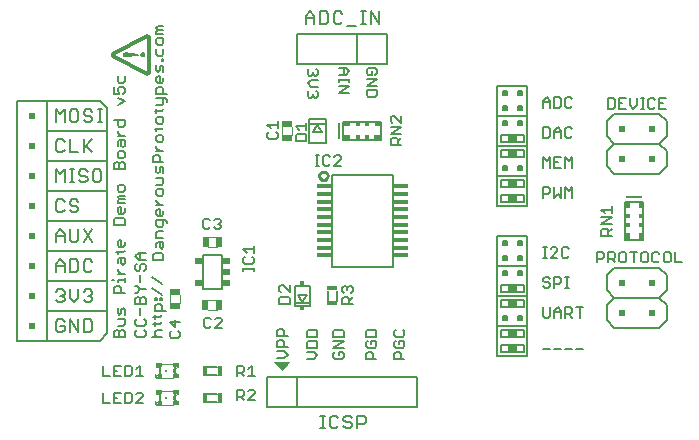
<source format=gto>
G75*
G70*
%OFA0B0*%
%FSLAX24Y24*%
%IPPOS*%
%LPD*%
%AMOC8*
5,1,8,0,0,1.08239X$1,22.5*
%
%ADD10C,0.0100*%
%ADD11C,0.0050*%
%ADD12R,0.0512X0.0128*%
%ADD13C,0.0080*%
%ADD14R,0.0374X0.0197*%
%ADD15R,0.0374X0.0197*%
%ADD16C,0.0040*%
%ADD17C,0.0025*%
%ADD18R,0.0200X0.0200*%
%ADD19R,0.0197X0.0128*%
%ADD20R,0.0098X0.0059*%
%ADD21R,0.0069X0.0157*%
%ADD22R,0.0079X0.0079*%
%ADD23R,0.0118X0.0118*%
%ADD24R,0.0030X0.0128*%
%ADD25C,0.0060*%
%ADD26R,0.0160X0.0340*%
%ADD27R,0.0118X0.0236*%
%ADD28R,0.0118X0.0157*%
%ADD29R,0.0118X0.0197*%
%ADD30R,0.0551X0.0039*%
%ADD31R,0.0551X0.0079*%
%ADD32R,0.0039X0.0079*%
%ADD33R,0.0236X0.0118*%
%ADD34R,0.0157X0.0118*%
%ADD35R,0.0197X0.0118*%
%ADD36R,0.0039X0.0551*%
%ADD37R,0.0079X0.0551*%
%ADD38R,0.0079X0.0039*%
%ADD39R,0.0126X0.0157*%
%ADD40R,0.0340X0.0160*%
%ADD41C,0.0120*%
%ADD42R,0.0256X0.0197*%
%ADD43R,0.0197X0.0374*%
%ADD44R,0.0197X0.0374*%
D10*
X015453Y012198D02*
X015455Y012221D01*
X015461Y012244D01*
X015470Y012265D01*
X015483Y012285D01*
X015499Y012302D01*
X015517Y012316D01*
X015537Y012327D01*
X015559Y012335D01*
X015582Y012339D01*
X015606Y012339D01*
X015629Y012335D01*
X015651Y012327D01*
X015671Y012316D01*
X015689Y012302D01*
X015705Y012285D01*
X015718Y012265D01*
X015727Y012244D01*
X015733Y012221D01*
X015735Y012198D01*
X015733Y012175D01*
X015727Y012152D01*
X015718Y012131D01*
X015705Y012111D01*
X015689Y012094D01*
X015671Y012080D01*
X015651Y012069D01*
X015629Y012061D01*
X015606Y012057D01*
X015582Y012057D01*
X015559Y012061D01*
X015537Y012069D01*
X015517Y012080D01*
X015499Y012094D01*
X015483Y012111D01*
X015470Y012131D01*
X015461Y012152D01*
X015455Y012175D01*
X015453Y012198D01*
D11*
X008480Y004623D02*
X008246Y004623D01*
X008246Y004973D01*
X008614Y004973D02*
X008614Y004623D01*
X008848Y004623D01*
X008983Y004623D02*
X009158Y004623D01*
X009216Y004681D01*
X009216Y004915D01*
X009158Y004973D01*
X008983Y004973D01*
X008983Y004623D01*
X008731Y004798D02*
X008614Y004798D01*
X008614Y004973D02*
X008848Y004973D01*
X009351Y004915D02*
X009409Y004973D01*
X009526Y004973D01*
X009585Y004915D01*
X009585Y004856D01*
X009351Y004623D01*
X009585Y004623D01*
X009585Y005523D02*
X009351Y005523D01*
X009468Y005523D02*
X009468Y005873D01*
X009351Y005756D01*
X009216Y005815D02*
X009158Y005873D01*
X008983Y005873D01*
X008983Y005523D01*
X009158Y005523D01*
X009216Y005581D01*
X009216Y005815D01*
X008848Y005873D02*
X008614Y005873D01*
X008614Y005523D01*
X008848Y005523D01*
X008731Y005698D02*
X008614Y005698D01*
X008480Y005523D02*
X008246Y005523D01*
X008246Y005873D01*
X008145Y006700D02*
X006395Y006700D01*
X006395Y007700D01*
X008395Y007700D01*
X008395Y006950D01*
X008145Y006700D01*
X008618Y006825D02*
X008618Y007000D01*
X008676Y007058D01*
X008734Y007058D01*
X008793Y007000D01*
X008793Y006825D01*
X008968Y006825D02*
X008618Y006825D01*
X008793Y007000D02*
X008851Y007058D01*
X008909Y007058D01*
X008968Y007000D01*
X008968Y006825D01*
X009317Y006884D02*
X009375Y006825D01*
X009609Y006825D01*
X009667Y006884D01*
X009667Y007001D01*
X009609Y007059D01*
X009609Y007194D02*
X009375Y007194D01*
X009317Y007252D01*
X009317Y007369D01*
X009375Y007427D01*
X009492Y007562D02*
X009492Y007796D01*
X009492Y007930D02*
X009492Y008106D01*
X009551Y008164D01*
X009609Y008164D01*
X009667Y008106D01*
X009667Y007930D01*
X009317Y007930D01*
X009317Y008106D01*
X009375Y008164D01*
X009434Y008164D01*
X009492Y008106D01*
X009375Y008299D02*
X009492Y008415D01*
X009667Y008415D01*
X009492Y008415D02*
X009375Y008532D01*
X009317Y008532D01*
X009492Y008667D02*
X009492Y008901D01*
X009434Y009035D02*
X009492Y009094D01*
X009492Y009210D01*
X009551Y009269D01*
X009609Y009269D01*
X009667Y009210D01*
X009667Y009094D01*
X009609Y009035D01*
X009434Y009035D02*
X009375Y009035D01*
X009317Y009094D01*
X009317Y009210D01*
X009375Y009269D01*
X009434Y009404D02*
X009317Y009520D01*
X009434Y009637D01*
X009667Y009637D01*
X009492Y009637D02*
X009492Y009404D01*
X009434Y009404D02*
X009667Y009404D01*
X009907Y009391D02*
X009907Y009566D01*
X009965Y009625D01*
X010199Y009625D01*
X010257Y009566D01*
X010257Y009391D01*
X009907Y009391D01*
X010024Y009818D02*
X010024Y009935D01*
X010082Y009993D01*
X010257Y009993D01*
X010257Y009818D01*
X010199Y009760D01*
X010141Y009818D01*
X010141Y009993D01*
X010257Y010128D02*
X010024Y010128D01*
X010024Y010303D01*
X010082Y010361D01*
X010257Y010361D01*
X010199Y010496D02*
X010257Y010555D01*
X010257Y010730D01*
X010316Y010730D02*
X010024Y010730D01*
X010024Y010555D01*
X010082Y010496D01*
X010199Y010496D01*
X010374Y010613D02*
X010374Y010671D01*
X010316Y010730D01*
X010199Y010864D02*
X010082Y010864D01*
X010024Y010923D01*
X010024Y011040D01*
X010082Y011098D01*
X010141Y011098D01*
X010141Y010864D01*
X010199Y010864D02*
X010257Y010923D01*
X010257Y011040D01*
X010257Y011233D02*
X010024Y011233D01*
X010024Y011350D02*
X010024Y011408D01*
X010024Y011350D02*
X010141Y011233D01*
X010082Y011540D02*
X010199Y011540D01*
X010257Y011598D01*
X010257Y011715D01*
X010199Y011773D01*
X010082Y011773D01*
X010024Y011715D01*
X010024Y011598D01*
X010082Y011540D01*
X010024Y011908D02*
X010199Y011908D01*
X010257Y011966D01*
X010257Y012141D01*
X010024Y012141D01*
X010082Y012276D02*
X010024Y012335D01*
X010024Y012510D01*
X010141Y012451D02*
X010141Y012335D01*
X010082Y012276D01*
X010257Y012276D02*
X010257Y012451D01*
X010199Y012510D01*
X010141Y012451D01*
X010141Y012645D02*
X010141Y012820D01*
X010082Y012878D01*
X009965Y012878D01*
X009907Y012820D01*
X009907Y012645D01*
X010257Y012645D01*
X010257Y013013D02*
X010024Y013013D01*
X010141Y013013D02*
X010024Y013130D01*
X010024Y013188D01*
X010082Y013320D02*
X010199Y013320D01*
X010257Y013378D01*
X010257Y013495D01*
X010199Y013553D01*
X010082Y013553D01*
X010024Y013495D01*
X010024Y013378D01*
X010082Y013320D01*
X010024Y013688D02*
X010024Y013805D01*
X009965Y013746D02*
X010199Y013746D01*
X010257Y013805D01*
X010199Y013934D02*
X010257Y013992D01*
X010257Y014109D01*
X010199Y014167D01*
X010082Y014167D01*
X010024Y014109D01*
X010024Y013992D01*
X010082Y013934D01*
X010199Y013934D01*
X010024Y014302D02*
X010024Y014419D01*
X009965Y014360D02*
X010199Y014360D01*
X010257Y014419D01*
X010199Y014547D02*
X010024Y014547D01*
X010199Y014547D02*
X010257Y014606D01*
X010257Y014781D01*
X010316Y014781D02*
X010374Y014723D01*
X010374Y014664D01*
X010316Y014781D02*
X010024Y014781D01*
X010024Y014916D02*
X010024Y015091D01*
X010082Y015149D01*
X010199Y015149D01*
X010257Y015091D01*
X010257Y014916D01*
X010374Y014916D02*
X010024Y014916D01*
X010082Y015284D02*
X010024Y015342D01*
X010024Y015459D01*
X010082Y015518D01*
X010141Y015518D01*
X010141Y015284D01*
X010199Y015284D02*
X010082Y015284D01*
X010199Y015284D02*
X010257Y015342D01*
X010257Y015459D01*
X010257Y015652D02*
X010257Y015827D01*
X010199Y015886D01*
X010141Y015827D01*
X010141Y015711D01*
X010082Y015652D01*
X010024Y015711D01*
X010024Y015886D01*
X010199Y016021D02*
X010199Y016079D01*
X010257Y016079D01*
X010257Y016021D01*
X010199Y016021D01*
X010199Y016205D02*
X010082Y016205D01*
X010024Y016263D01*
X010024Y016438D01*
X010082Y016573D02*
X010199Y016573D01*
X010257Y016631D01*
X010257Y016748D01*
X010199Y016807D01*
X010082Y016807D01*
X010024Y016748D01*
X010024Y016631D01*
X010082Y016573D01*
X010257Y016438D02*
X010257Y016263D01*
X010199Y016205D01*
X009527Y016232D02*
X009529Y016245D01*
X009534Y016257D01*
X009543Y016268D01*
X009553Y016276D01*
X009566Y016280D01*
X009579Y016281D01*
X009592Y016278D01*
X009604Y016272D01*
X009614Y016263D01*
X009621Y016252D01*
X009625Y016239D01*
X009625Y016225D01*
X009621Y016212D01*
X009614Y016201D01*
X009604Y016192D01*
X009592Y016186D01*
X009579Y016183D01*
X009566Y016184D01*
X009553Y016188D01*
X009543Y016196D01*
X009534Y016207D01*
X009529Y016219D01*
X009527Y016232D01*
X009429Y016232D02*
X008986Y016281D01*
X008986Y016183D01*
X009429Y016232D01*
X009428Y016232D02*
X008986Y016232D01*
X008986Y016281D02*
X008973Y016279D01*
X008962Y016274D01*
X008951Y016267D01*
X008944Y016256D01*
X008939Y016245D01*
X008937Y016232D01*
X008939Y016219D01*
X008944Y016207D01*
X008951Y016197D01*
X008962Y016190D01*
X008973Y016185D01*
X008986Y016183D01*
X008986Y016184D02*
X008993Y016184D01*
X008986Y016281D02*
X008991Y016281D01*
X010024Y016941D02*
X010024Y017000D01*
X010082Y017058D01*
X010024Y017117D01*
X010082Y017175D01*
X010257Y017175D01*
X010257Y017058D02*
X010082Y017058D01*
X010024Y016941D02*
X010257Y016941D01*
X008968Y015529D02*
X008968Y015354D01*
X008909Y015296D01*
X008793Y015296D01*
X008734Y015354D01*
X008734Y015529D01*
X008793Y015161D02*
X008909Y015161D01*
X008968Y015103D01*
X008968Y014986D01*
X008909Y014927D01*
X008793Y014927D02*
X008734Y015044D01*
X008734Y015103D01*
X008793Y015161D01*
X008618Y015161D02*
X008618Y014927D01*
X008793Y014927D01*
X008734Y014793D02*
X008968Y014676D01*
X008734Y014559D01*
X008395Y014450D02*
X008395Y013700D01*
X006395Y013700D01*
X006395Y014700D01*
X008145Y014700D01*
X008395Y014450D01*
X008618Y014056D02*
X008968Y014056D01*
X008968Y013881D01*
X008909Y013822D01*
X008793Y013822D01*
X008734Y013881D01*
X008734Y014056D01*
X008734Y013691D02*
X008734Y013632D01*
X008851Y013516D01*
X008968Y013516D02*
X008734Y013516D01*
X008793Y013381D02*
X008968Y013381D01*
X008968Y013206D01*
X008909Y013147D01*
X008851Y013206D01*
X008851Y013381D01*
X008793Y013381D02*
X008734Y013322D01*
X008734Y013206D01*
X008793Y013012D02*
X008734Y012954D01*
X008734Y012837D01*
X008793Y012779D01*
X008909Y012779D01*
X008968Y012837D01*
X008968Y012954D01*
X008909Y013012D01*
X008793Y013012D01*
X008851Y012644D02*
X008909Y012644D01*
X008968Y012586D01*
X008968Y012411D01*
X008618Y012411D01*
X008618Y012586D01*
X008676Y012644D01*
X008734Y012644D01*
X008793Y012586D01*
X008793Y012411D01*
X008793Y012586D02*
X008851Y012644D01*
X008395Y012700D02*
X006395Y012700D01*
X006395Y013700D01*
X006395Y012700D02*
X006395Y011700D01*
X008395Y011700D01*
X008395Y010700D01*
X006395Y010700D01*
X006395Y011700D01*
X006395Y010700D02*
X006395Y009700D01*
X008395Y009700D01*
X008395Y008700D01*
X006395Y008700D01*
X006395Y009700D01*
X006395Y008700D02*
X006395Y007700D01*
X006395Y006700D02*
X005395Y006700D01*
X005395Y014700D01*
X006395Y014700D01*
X008395Y013700D02*
X008395Y012700D01*
X008395Y011700D01*
X008734Y011732D02*
X008793Y011674D01*
X008909Y011674D01*
X008968Y011732D01*
X008968Y011849D01*
X008909Y011908D01*
X008793Y011908D01*
X008734Y011849D01*
X008734Y011732D01*
X008793Y011539D02*
X008968Y011539D01*
X008968Y011422D02*
X008793Y011422D01*
X008734Y011481D01*
X008793Y011539D01*
X008793Y011422D02*
X008734Y011364D01*
X008734Y011306D01*
X008968Y011306D01*
X008851Y011171D02*
X008851Y010937D01*
X008793Y010937D02*
X008734Y010996D01*
X008734Y011113D01*
X008793Y011171D01*
X008851Y011171D01*
X008968Y011113D02*
X008968Y010996D01*
X008909Y010937D01*
X008793Y010937D01*
X008909Y010803D02*
X008676Y010803D01*
X008618Y010744D01*
X008618Y010569D01*
X008968Y010569D01*
X008968Y010744D01*
X008909Y010803D01*
X008395Y010700D02*
X008395Y009700D01*
X008676Y009645D02*
X008909Y009645D01*
X008968Y009704D01*
X008909Y009833D02*
X008793Y009833D01*
X008734Y009891D01*
X008734Y010008D01*
X008793Y010066D01*
X008851Y010066D01*
X008851Y009833D01*
X008909Y009833D02*
X008968Y009891D01*
X008968Y010008D01*
X008734Y009704D02*
X008734Y009587D01*
X008793Y009452D02*
X008968Y009452D01*
X008968Y009277D01*
X008909Y009219D01*
X008851Y009277D01*
X008851Y009452D01*
X008793Y009452D02*
X008734Y009394D01*
X008734Y009277D01*
X008734Y009087D02*
X008734Y009029D01*
X008851Y008912D01*
X008968Y008912D02*
X008734Y008912D01*
X008734Y008725D02*
X008968Y008725D01*
X008968Y008783D02*
X008968Y008666D01*
X008793Y008531D02*
X008851Y008473D01*
X008851Y008298D01*
X008968Y008298D02*
X008618Y008298D01*
X008618Y008473D01*
X008676Y008531D01*
X008793Y008531D01*
X008734Y008666D02*
X008734Y008725D01*
X008618Y008725D02*
X008559Y008725D01*
X008395Y008700D02*
X008395Y007700D01*
X008734Y007620D02*
X008734Y007795D01*
X008851Y007736D02*
X008851Y007620D01*
X008793Y007561D01*
X008734Y007620D01*
X008851Y007736D02*
X008909Y007795D01*
X008968Y007736D01*
X008968Y007561D01*
X008968Y007427D02*
X008734Y007427D01*
X008968Y007427D02*
X008968Y007251D01*
X008909Y007193D01*
X008734Y007193D01*
X009317Y007001D02*
X009317Y006884D01*
X009317Y007001D02*
X009375Y007059D01*
X009609Y007194D02*
X009667Y007252D01*
X009667Y007369D01*
X009609Y007427D01*
X009926Y007497D02*
X010160Y007497D01*
X010218Y007556D01*
X010218Y007684D02*
X010218Y007860D01*
X010160Y007918D01*
X010043Y007918D01*
X009985Y007860D01*
X009985Y007684D01*
X010335Y007684D01*
X009985Y007556D02*
X009985Y007439D01*
X009985Y007310D02*
X009985Y007193D01*
X009926Y007252D02*
X010160Y007252D01*
X010218Y007310D01*
X010469Y007330D02*
X010644Y007155D01*
X010644Y007388D01*
X010819Y007330D02*
X010469Y007330D01*
X010527Y007020D02*
X010469Y006961D01*
X010469Y006845D01*
X010527Y006786D01*
X010761Y006786D01*
X010819Y006845D01*
X010819Y006961D01*
X010761Y007020D01*
X010218Y007059D02*
X010043Y007059D01*
X009985Y007000D01*
X009985Y006884D01*
X010043Y006825D01*
X009868Y006825D02*
X010218Y006825D01*
X011619Y007181D02*
X011678Y007123D01*
X011794Y007123D01*
X011853Y007181D01*
X011988Y007123D02*
X012221Y007356D01*
X012221Y007415D01*
X012163Y007473D01*
X012046Y007473D01*
X011988Y007415D01*
X011853Y007415D02*
X011794Y007473D01*
X011678Y007473D01*
X011619Y007415D01*
X011619Y007181D01*
X011988Y007123D02*
X012221Y007123D01*
X012719Y005873D02*
X012894Y005873D01*
X012953Y005815D01*
X012953Y005698D01*
X012894Y005640D01*
X012719Y005640D01*
X012836Y005640D02*
X012953Y005523D01*
X013088Y005523D02*
X013321Y005523D01*
X013204Y005523D02*
X013204Y005873D01*
X013088Y005756D01*
X012719Y005873D02*
X012719Y005523D01*
X012719Y005073D02*
X012894Y005073D01*
X012953Y005015D01*
X012953Y004898D01*
X012894Y004840D01*
X012719Y004840D01*
X012836Y004840D02*
X012953Y004723D01*
X013088Y004723D02*
X013321Y004956D01*
X013321Y005015D01*
X013263Y005073D01*
X013146Y005073D01*
X013088Y005015D01*
X013088Y004723D02*
X013321Y004723D01*
X013705Y004491D02*
X014705Y004491D01*
X014705Y005491D01*
X018705Y005491D01*
X018705Y004491D01*
X014705Y004491D01*
X013705Y004491D02*
X013705Y005491D01*
X014705Y005491D01*
X015043Y006099D02*
X015276Y006099D01*
X015393Y006216D01*
X015276Y006333D01*
X015043Y006333D01*
X015043Y006467D02*
X015043Y006643D01*
X015101Y006701D01*
X015335Y006701D01*
X015393Y006643D01*
X015393Y006467D01*
X015043Y006467D01*
X015043Y006836D02*
X015043Y007011D01*
X015101Y007069D01*
X015335Y007069D01*
X015393Y007011D01*
X015393Y006836D01*
X015043Y006836D01*
X014406Y006847D02*
X014056Y006847D01*
X014056Y007022D01*
X014114Y007081D01*
X014231Y007081D01*
X014290Y007022D01*
X014290Y006847D01*
X014231Y006712D02*
X014290Y006654D01*
X014290Y006479D01*
X014406Y006479D02*
X014056Y006479D01*
X014056Y006654D01*
X014114Y006712D01*
X014231Y006712D01*
X014290Y006344D02*
X014056Y006344D01*
X014056Y006111D02*
X014290Y006111D01*
X014406Y006227D01*
X014290Y006344D01*
X015929Y006274D02*
X015929Y006158D01*
X015987Y006099D01*
X016220Y006099D01*
X016279Y006158D01*
X016279Y006274D01*
X016220Y006333D01*
X016104Y006333D01*
X016104Y006216D01*
X015987Y006333D02*
X015929Y006274D01*
X015929Y006467D02*
X016279Y006701D01*
X015929Y006701D01*
X015929Y006836D02*
X015929Y007011D01*
X015987Y007069D01*
X016220Y007069D01*
X016279Y007011D01*
X016279Y006836D01*
X015929Y006836D01*
X015929Y006467D02*
X016279Y006467D01*
X017011Y006526D02*
X017070Y006467D01*
X017303Y006467D01*
X017361Y006526D01*
X017361Y006643D01*
X017303Y006701D01*
X017186Y006701D01*
X017186Y006584D01*
X017070Y006701D02*
X017011Y006643D01*
X017011Y006526D01*
X017070Y006333D02*
X017186Y006333D01*
X017245Y006274D01*
X017245Y006099D01*
X017361Y006099D02*
X017011Y006099D01*
X017011Y006274D01*
X017070Y006333D01*
X017011Y006836D02*
X017011Y007011D01*
X017070Y007069D01*
X017303Y007069D01*
X017361Y007011D01*
X017361Y006836D01*
X017011Y006836D01*
X017946Y006894D02*
X018005Y006836D01*
X018238Y006836D01*
X018296Y006894D01*
X018296Y007011D01*
X018238Y007069D01*
X018005Y007069D02*
X017946Y007011D01*
X017946Y006894D01*
X018005Y006701D02*
X017946Y006643D01*
X017946Y006526D01*
X018005Y006467D01*
X018238Y006467D01*
X018296Y006526D01*
X018296Y006643D01*
X018238Y006701D01*
X018121Y006701D01*
X018121Y006584D01*
X018121Y006333D02*
X018005Y006333D01*
X017946Y006274D01*
X017946Y006099D01*
X018296Y006099D01*
X018180Y006099D02*
X018180Y006274D01*
X018121Y006333D01*
X016569Y007922D02*
X016219Y007922D01*
X016219Y008097D01*
X016277Y008156D01*
X016394Y008156D01*
X016452Y008097D01*
X016452Y007922D01*
X016452Y008039D02*
X016569Y008156D01*
X016510Y008291D02*
X016569Y008349D01*
X016569Y008466D01*
X016510Y008524D01*
X016452Y008524D01*
X016394Y008466D01*
X016394Y008407D01*
X016394Y008466D02*
X016335Y008524D01*
X016277Y008524D01*
X016219Y008466D01*
X016219Y008349D01*
X016277Y008291D01*
X015150Y008533D02*
X015150Y007864D01*
X014638Y007864D01*
X014638Y008533D01*
X015150Y008533D01*
X015052Y008238D02*
X014737Y008238D01*
X014894Y008001D01*
X015052Y008238D01*
X014475Y008309D02*
X014242Y008542D01*
X014184Y008542D01*
X014125Y008484D01*
X014125Y008367D01*
X014184Y008309D01*
X014184Y008174D02*
X014125Y008115D01*
X014125Y007940D01*
X014475Y007940D01*
X014475Y008115D01*
X014417Y008174D01*
X014184Y008174D01*
X014475Y008309D02*
X014475Y008542D01*
X013269Y009023D02*
X013269Y009140D01*
X013269Y009081D02*
X012919Y009081D01*
X012919Y009023D02*
X012919Y009140D01*
X012977Y009268D02*
X012919Y009327D01*
X012919Y009444D01*
X012977Y009502D01*
X013036Y009637D02*
X012919Y009754D01*
X013269Y009754D01*
X013269Y009870D02*
X013269Y009637D01*
X013211Y009502D02*
X013269Y009444D01*
X013269Y009327D01*
X013211Y009268D01*
X012977Y009268D01*
X012126Y010423D02*
X012009Y010423D01*
X011951Y010481D01*
X011816Y010481D02*
X011758Y010423D01*
X011641Y010423D01*
X011583Y010481D01*
X011583Y010715D01*
X011641Y010773D01*
X011758Y010773D01*
X011816Y010715D01*
X011951Y010715D02*
X012009Y010773D01*
X012126Y010773D01*
X012185Y010715D01*
X012185Y010656D01*
X012126Y010598D01*
X012185Y010540D01*
X012185Y010481D01*
X012126Y010423D01*
X012126Y010598D02*
X012068Y010598D01*
X010218Y008605D02*
X009868Y008839D01*
X009868Y008470D02*
X010218Y008237D01*
X010218Y008111D02*
X010218Y008053D01*
X010160Y008053D01*
X010160Y008111D01*
X010218Y008111D01*
X010043Y008111D02*
X010043Y008053D01*
X009985Y008053D01*
X009985Y008111D01*
X010043Y008111D01*
X009375Y008299D02*
X009317Y008299D01*
X012719Y005073D02*
X012719Y004723D01*
X021394Y006198D02*
X021394Y007198D01*
X022394Y007198D01*
X022394Y006198D01*
X021394Y006198D01*
X021519Y006323D02*
X022269Y006323D01*
X022269Y006573D01*
X021519Y006573D01*
X021519Y006323D01*
X021769Y006323D02*
X022019Y006323D01*
X022019Y006348D01*
X021769Y006348D01*
X021769Y006398D01*
X021769Y006448D01*
X022019Y006448D01*
X022019Y006498D01*
X021769Y006498D01*
X021769Y006548D01*
X022019Y006548D01*
X022019Y006498D01*
X022019Y006548D02*
X022019Y006573D01*
X021769Y006573D01*
X021769Y006548D01*
X021769Y006498D02*
X021769Y006448D01*
X021769Y006398D02*
X022019Y006398D01*
X022019Y006348D01*
X022019Y006398D02*
X022019Y006448D01*
X021769Y006348D02*
X021769Y006323D01*
X021769Y006823D02*
X022019Y006823D01*
X022019Y006848D01*
X021769Y006848D01*
X021769Y006898D01*
X021769Y006948D01*
X022019Y006948D01*
X022019Y006998D01*
X021769Y006998D01*
X021769Y007048D01*
X022019Y007048D01*
X022019Y006998D01*
X022019Y007048D02*
X022019Y007073D01*
X021769Y007073D01*
X021769Y007048D01*
X021769Y006998D02*
X021769Y006948D01*
X021769Y006898D02*
X022019Y006898D01*
X022019Y006848D01*
X022019Y006898D02*
X022019Y006948D01*
X021769Y006848D02*
X021769Y006823D01*
X021519Y006823D02*
X022269Y006823D01*
X022269Y007073D01*
X021519Y007073D01*
X021519Y006823D01*
X021394Y007198D02*
X021394Y008198D01*
X022394Y008198D01*
X022394Y007198D01*
X022207Y007385D02*
X022082Y007385D01*
X022082Y007398D01*
X022082Y007448D01*
X022207Y007448D01*
X022207Y007498D01*
X022082Y007498D01*
X022082Y007510D01*
X022207Y007510D01*
X022207Y007498D01*
X022207Y007448D02*
X022207Y007398D01*
X022082Y007398D01*
X022082Y007448D02*
X022082Y007498D01*
X022207Y007398D02*
X022207Y007385D01*
X022269Y007823D02*
X021519Y007823D01*
X021519Y008073D01*
X022269Y008073D01*
X022269Y007823D01*
X022019Y007823D02*
X021769Y007823D01*
X021769Y007848D01*
X022019Y007848D01*
X022019Y007823D01*
X022019Y007848D02*
X022019Y007898D01*
X021769Y007898D01*
X021769Y007948D01*
X022019Y007948D01*
X022019Y007998D01*
X021769Y007998D01*
X021769Y008048D01*
X022019Y008048D01*
X022019Y007998D01*
X022019Y008048D02*
X022019Y008073D01*
X021769Y008073D01*
X021769Y008048D01*
X021769Y007998D02*
X021769Y007948D01*
X021769Y007898D02*
X021769Y007848D01*
X022019Y007898D02*
X022019Y007948D01*
X022394Y008198D02*
X022394Y009198D01*
X021394Y009198D01*
X021394Y008198D01*
X021519Y008323D02*
X022269Y008323D01*
X022269Y008573D01*
X021519Y008573D01*
X021519Y008323D01*
X021769Y008323D02*
X022019Y008323D01*
X022019Y008348D01*
X021769Y008348D01*
X021769Y008398D01*
X021769Y008448D01*
X022019Y008448D01*
X022019Y008498D01*
X021769Y008498D01*
X021769Y008548D01*
X022019Y008548D01*
X022019Y008498D01*
X022019Y008548D02*
X022019Y008573D01*
X021769Y008573D01*
X021769Y008548D01*
X021769Y008498D02*
X021769Y008448D01*
X021769Y008398D02*
X022019Y008398D01*
X022019Y008348D01*
X022019Y008398D02*
X022019Y008448D01*
X021769Y008348D02*
X021769Y008323D01*
X021707Y008885D02*
X021582Y008885D01*
X021582Y008898D01*
X021582Y008948D01*
X021707Y008948D01*
X021707Y008998D01*
X021582Y008998D01*
X021582Y009010D01*
X021707Y009010D01*
X021707Y008998D01*
X021707Y008948D02*
X021707Y008898D01*
X021582Y008898D01*
X021582Y008948D02*
X021582Y008998D01*
X021707Y008898D02*
X021707Y008885D01*
X022082Y008885D02*
X022082Y008898D01*
X022082Y008948D01*
X022207Y008948D01*
X022207Y008998D01*
X022082Y008998D01*
X022082Y009010D01*
X022207Y009010D01*
X022207Y008998D01*
X022207Y008948D02*
X022207Y008898D01*
X022082Y008898D01*
X022082Y008885D02*
X022207Y008885D01*
X022207Y008898D01*
X022082Y008948D02*
X022082Y008998D01*
X022394Y009198D02*
X022394Y010198D01*
X021394Y010198D01*
X021394Y009198D01*
X021582Y009385D02*
X021707Y009385D01*
X021707Y009398D01*
X021582Y009398D01*
X021582Y009448D01*
X021707Y009448D01*
X021707Y009498D01*
X021582Y009498D01*
X021582Y009510D01*
X021707Y009510D01*
X021707Y009498D01*
X021707Y009448D02*
X021707Y009398D01*
X021582Y009385D02*
X021582Y009398D01*
X021582Y009448D02*
X021582Y009498D01*
X021582Y009885D02*
X021707Y009885D01*
X021707Y009898D01*
X021582Y009898D01*
X021582Y009948D01*
X021707Y009948D01*
X021707Y009998D01*
X021582Y009998D01*
X021582Y010010D01*
X021707Y010010D01*
X021707Y009998D01*
X021707Y009948D02*
X021707Y009898D01*
X021582Y009885D02*
X021582Y009898D01*
X021582Y009948D02*
X021582Y009998D01*
X022082Y009998D02*
X022207Y009998D01*
X022207Y009948D01*
X022082Y009948D01*
X022082Y009898D01*
X022207Y009898D01*
X022207Y009885D01*
X022082Y009885D01*
X022082Y009898D01*
X022082Y009948D02*
X022082Y009998D01*
X022082Y010010D01*
X022207Y010010D01*
X022207Y009998D01*
X022207Y009948D02*
X022207Y009898D01*
X022207Y009510D02*
X022082Y009510D01*
X022082Y009498D01*
X022207Y009498D01*
X022207Y009448D01*
X022082Y009448D01*
X022082Y009398D01*
X022207Y009398D01*
X022207Y009385D01*
X022082Y009385D01*
X022082Y009398D01*
X022082Y009448D02*
X022082Y009498D01*
X022207Y009510D02*
X022207Y009498D01*
X022207Y009448D02*
X022207Y009398D01*
X022919Y009473D02*
X023036Y009473D01*
X022978Y009473D02*
X022978Y009823D01*
X023036Y009823D02*
X022919Y009823D01*
X023165Y009765D02*
X023223Y009823D01*
X023340Y009823D01*
X023398Y009765D01*
X023398Y009706D01*
X023165Y009473D01*
X023398Y009473D01*
X023533Y009531D02*
X023591Y009473D01*
X023708Y009473D01*
X023767Y009531D01*
X023533Y009531D02*
X023533Y009765D01*
X023591Y009823D01*
X023708Y009823D01*
X023767Y009765D01*
X024723Y009666D02*
X024723Y009316D01*
X024723Y009433D02*
X024898Y009433D01*
X024956Y009491D01*
X024956Y009608D01*
X024898Y009666D01*
X024723Y009666D01*
X025091Y009666D02*
X025091Y009316D01*
X025091Y009433D02*
X025266Y009433D01*
X025325Y009491D01*
X025325Y009608D01*
X025266Y009666D01*
X025091Y009666D01*
X025208Y009433D02*
X025325Y009316D01*
X025459Y009374D02*
X025518Y009316D01*
X025635Y009316D01*
X025693Y009374D01*
X025693Y009608D01*
X025635Y009666D01*
X025518Y009666D01*
X025459Y009608D01*
X025459Y009374D01*
X025828Y009666D02*
X026061Y009666D01*
X025945Y009666D02*
X025945Y009316D01*
X026196Y009374D02*
X026196Y009608D01*
X026254Y009666D01*
X026371Y009666D01*
X026430Y009608D01*
X026430Y009374D01*
X026371Y009316D01*
X026254Y009316D01*
X026196Y009374D01*
X026564Y009374D02*
X026564Y009608D01*
X026623Y009666D01*
X026740Y009666D01*
X026798Y009608D01*
X026933Y009608D02*
X026933Y009374D01*
X026991Y009316D01*
X027108Y009316D01*
X027166Y009374D01*
X027166Y009608D01*
X027108Y009666D01*
X026991Y009666D01*
X026933Y009608D01*
X026798Y009374D02*
X026740Y009316D01*
X026623Y009316D01*
X026564Y009374D01*
X027301Y009316D02*
X027535Y009316D01*
X027301Y009316D02*
X027301Y009666D01*
X025212Y010208D02*
X024862Y010208D01*
X024862Y010383D01*
X024920Y010441D01*
X025037Y010441D01*
X025095Y010383D01*
X025095Y010208D01*
X025095Y010324D02*
X025212Y010441D01*
X025212Y010576D02*
X024862Y010576D01*
X025212Y010809D01*
X024862Y010809D01*
X024978Y010944D02*
X024862Y011061D01*
X025212Y011061D01*
X025212Y010944D02*
X025212Y011178D01*
X023889Y011473D02*
X023889Y011823D01*
X023773Y011706D01*
X023656Y011823D01*
X023656Y011473D01*
X023521Y011473D02*
X023521Y011823D01*
X023288Y011823D02*
X023288Y011473D01*
X023404Y011590D01*
X023521Y011473D01*
X023153Y011648D02*
X023094Y011590D01*
X022919Y011590D01*
X022919Y011473D02*
X022919Y011823D01*
X023094Y011823D01*
X023153Y011765D01*
X023153Y011648D01*
X022394Y011198D02*
X022394Y012198D01*
X021394Y012198D01*
X021394Y011198D01*
X022394Y011198D01*
X022269Y011323D02*
X021519Y011323D01*
X021519Y011573D01*
X022269Y011573D01*
X022269Y011323D01*
X022019Y011323D02*
X021769Y011323D01*
X021769Y011348D01*
X022019Y011348D01*
X022019Y011323D01*
X022019Y011348D02*
X022019Y011398D01*
X021769Y011398D01*
X021769Y011448D01*
X022019Y011448D01*
X022019Y011498D01*
X021769Y011498D01*
X021769Y011548D01*
X022019Y011548D01*
X022019Y011498D01*
X022019Y011548D02*
X022019Y011573D01*
X021769Y011573D01*
X021769Y011548D01*
X021769Y011498D02*
X021769Y011448D01*
X021769Y011398D02*
X021769Y011348D01*
X022019Y011398D02*
X022019Y011448D01*
X022019Y011823D02*
X021769Y011823D01*
X021769Y011848D01*
X022019Y011848D01*
X022019Y011823D01*
X022019Y011848D02*
X022019Y011898D01*
X021769Y011898D01*
X021769Y011948D01*
X022019Y011948D01*
X022019Y011998D01*
X021769Y011998D01*
X021769Y012048D01*
X022019Y012048D01*
X022019Y011998D01*
X022019Y012048D02*
X022019Y012073D01*
X021769Y012073D01*
X021769Y012048D01*
X021769Y011998D02*
X021769Y011948D01*
X021769Y011898D02*
X021769Y011848D01*
X021519Y011823D02*
X022269Y011823D01*
X022269Y012073D01*
X021519Y012073D01*
X021519Y011823D01*
X021394Y012198D02*
X021394Y013198D01*
X022394Y013198D01*
X022394Y012198D01*
X022207Y012385D02*
X022082Y012385D01*
X022082Y012398D01*
X022082Y012448D01*
X022207Y012448D01*
X022207Y012498D01*
X022082Y012498D01*
X022082Y012510D01*
X022207Y012510D01*
X022207Y012498D01*
X022207Y012448D02*
X022207Y012398D01*
X022082Y012398D01*
X022082Y012448D02*
X022082Y012498D01*
X022207Y012398D02*
X022207Y012385D01*
X022269Y012823D02*
X021519Y012823D01*
X021519Y013073D01*
X022269Y013073D01*
X022269Y012823D01*
X022019Y012823D02*
X021769Y012823D01*
X021769Y012848D01*
X022019Y012848D01*
X022019Y012823D01*
X022019Y012848D02*
X022019Y012898D01*
X021769Y012898D01*
X021769Y012948D01*
X022019Y012948D01*
X022019Y012998D01*
X021769Y012998D01*
X021769Y013048D01*
X022019Y013048D01*
X022019Y012998D01*
X022019Y013048D02*
X022019Y013073D01*
X021769Y013073D01*
X021769Y013048D01*
X021769Y012998D02*
X021769Y012948D01*
X021769Y012898D02*
X021769Y012848D01*
X022019Y012898D02*
X022019Y012948D01*
X022019Y013323D02*
X021769Y013323D01*
X021769Y013348D01*
X022019Y013348D01*
X022019Y013323D01*
X022019Y013348D02*
X022019Y013398D01*
X021769Y013398D01*
X021769Y013448D01*
X022019Y013448D01*
X022019Y013498D01*
X021769Y013498D01*
X021769Y013548D01*
X022019Y013548D01*
X022019Y013498D01*
X022019Y013548D02*
X022019Y013573D01*
X021769Y013573D01*
X021769Y013548D01*
X021769Y013498D02*
X021769Y013448D01*
X021769Y013398D02*
X021769Y013348D01*
X021519Y013323D02*
X022269Y013323D01*
X022269Y013573D01*
X021519Y013573D01*
X021519Y013323D01*
X021394Y013198D02*
X021394Y014198D01*
X022394Y014198D01*
X022394Y013198D01*
X022019Y013398D02*
X022019Y013448D01*
X022082Y013885D02*
X022207Y013885D01*
X022207Y013898D01*
X022082Y013898D01*
X022082Y013948D01*
X022207Y013948D01*
X022207Y013998D01*
X022082Y013998D01*
X022082Y014010D01*
X022207Y014010D01*
X022207Y013998D01*
X022207Y013948D02*
X022207Y013898D01*
X022082Y013885D02*
X022082Y013898D01*
X022082Y013948D02*
X022082Y013998D01*
X022394Y014198D02*
X022394Y015198D01*
X021394Y015198D01*
X021394Y014198D01*
X021582Y014010D02*
X021707Y014010D01*
X021707Y013998D01*
X021707Y013948D01*
X021582Y013948D01*
X021582Y013898D01*
X021707Y013898D01*
X021707Y013885D01*
X021582Y013885D01*
X021582Y013898D01*
X021582Y013948D02*
X021582Y013998D01*
X021707Y013998D01*
X021707Y013948D02*
X021707Y013898D01*
X021582Y013998D02*
X021582Y014010D01*
X021582Y014385D02*
X021707Y014385D01*
X021707Y014398D01*
X021582Y014398D01*
X021582Y014448D01*
X021707Y014448D01*
X021707Y014498D01*
X021582Y014498D01*
X021582Y014510D01*
X021707Y014510D01*
X021707Y014498D01*
X021707Y014448D02*
X021707Y014398D01*
X021582Y014385D02*
X021582Y014398D01*
X021582Y014448D02*
X021582Y014498D01*
X022082Y014498D02*
X022207Y014498D01*
X022207Y014448D01*
X022082Y014448D01*
X022082Y014398D01*
X022207Y014398D01*
X022207Y014385D01*
X022082Y014385D01*
X022082Y014398D01*
X022082Y014448D02*
X022082Y014498D01*
X022082Y014510D01*
X022207Y014510D01*
X022207Y014498D01*
X022207Y014448D02*
X022207Y014398D01*
X022207Y014885D02*
X022082Y014885D01*
X022082Y014898D01*
X022082Y014948D01*
X022207Y014948D01*
X022207Y014998D01*
X022082Y014998D01*
X022082Y015010D01*
X022207Y015010D01*
X022207Y014998D01*
X022207Y014948D02*
X022207Y014898D01*
X022082Y014898D01*
X022082Y014948D02*
X022082Y014998D01*
X022207Y014898D02*
X022207Y014885D01*
X021707Y014885D02*
X021582Y014885D01*
X021582Y014898D01*
X021582Y014948D01*
X021707Y014948D01*
X021707Y014998D01*
X021582Y014998D01*
X021582Y015010D01*
X021707Y015010D01*
X021707Y014998D01*
X021707Y014948D02*
X021707Y014898D01*
X021582Y014898D01*
X021582Y014948D02*
X021582Y014998D01*
X021707Y014898D02*
X021707Y014885D01*
X022919Y014706D02*
X022919Y014473D01*
X022919Y014648D02*
X023153Y014648D01*
X023153Y014706D02*
X023153Y014473D01*
X023288Y014473D02*
X023463Y014473D01*
X023521Y014531D01*
X023521Y014765D01*
X023463Y014823D01*
X023288Y014823D01*
X023288Y014473D01*
X023153Y014706D02*
X023036Y014823D01*
X022919Y014706D01*
X023656Y014765D02*
X023656Y014531D01*
X023714Y014473D01*
X023831Y014473D01*
X023889Y014531D01*
X023889Y014765D02*
X023831Y014823D01*
X023714Y014823D01*
X023656Y014765D01*
X023714Y013823D02*
X023656Y013765D01*
X023656Y013531D01*
X023714Y013473D01*
X023831Y013473D01*
X023889Y013531D01*
X023521Y013473D02*
X023521Y013706D01*
X023404Y013823D01*
X023288Y013706D01*
X023288Y013473D01*
X023153Y013531D02*
X023153Y013765D01*
X023094Y013823D01*
X022919Y013823D01*
X022919Y013473D01*
X023094Y013473D01*
X023153Y013531D01*
X023288Y013648D02*
X023521Y013648D01*
X023714Y013823D02*
X023831Y013823D01*
X023889Y013765D01*
X025073Y014434D02*
X025248Y014434D01*
X025306Y014493D01*
X025306Y014726D01*
X025248Y014784D01*
X025073Y014784D01*
X025073Y014434D01*
X025441Y014434D02*
X025675Y014434D01*
X025809Y014551D02*
X025926Y014434D01*
X026043Y014551D01*
X026043Y014784D01*
X026178Y014784D02*
X026295Y014784D01*
X026236Y014784D02*
X026236Y014434D01*
X026178Y014434D02*
X026295Y014434D01*
X026423Y014493D02*
X026482Y014434D01*
X026598Y014434D01*
X026657Y014493D01*
X026792Y014434D02*
X027025Y014434D01*
X026908Y014609D02*
X026792Y014609D01*
X026792Y014784D02*
X026792Y014434D01*
X026657Y014726D02*
X026598Y014784D01*
X026482Y014784D01*
X026423Y014726D01*
X026423Y014493D01*
X026792Y014784D02*
X027025Y014784D01*
X025809Y014784D02*
X025809Y014551D01*
X025558Y014609D02*
X025441Y014609D01*
X025441Y014784D02*
X025441Y014434D01*
X025441Y014784D02*
X025675Y014784D01*
X023889Y012823D02*
X023889Y012473D01*
X023656Y012473D02*
X023656Y012823D01*
X023773Y012706D01*
X023889Y012823D01*
X023521Y012823D02*
X023288Y012823D01*
X023288Y012473D01*
X023521Y012473D01*
X023404Y012648D02*
X023288Y012648D01*
X023153Y012823D02*
X023153Y012473D01*
X022919Y012473D02*
X022919Y012823D01*
X023036Y012706D01*
X023153Y012823D01*
X022019Y011948D02*
X022019Y011898D01*
X021707Y012385D02*
X021582Y012385D01*
X021582Y012398D01*
X021582Y012448D01*
X021707Y012448D01*
X021707Y012498D01*
X021582Y012498D01*
X021582Y012510D01*
X021707Y012510D01*
X021707Y012498D01*
X021707Y012448D02*
X021707Y012398D01*
X021582Y012398D01*
X021582Y012448D02*
X021582Y012498D01*
X021707Y012398D02*
X021707Y012385D01*
X018182Y013236D02*
X017832Y013236D01*
X017832Y013411D01*
X017890Y013469D01*
X018007Y013469D01*
X018065Y013411D01*
X018065Y013236D01*
X018065Y013352D02*
X018182Y013469D01*
X018182Y013604D02*
X017832Y013604D01*
X018182Y013837D01*
X017832Y013837D01*
X017890Y013972D02*
X017832Y014031D01*
X017832Y014147D01*
X017890Y014206D01*
X017948Y014206D01*
X018182Y013972D01*
X018182Y014206D01*
X017389Y014880D02*
X017389Y015055D01*
X017039Y015055D01*
X017039Y014880D01*
X017097Y014822D01*
X017331Y014822D01*
X017389Y014880D01*
X017389Y015190D02*
X017039Y015190D01*
X017389Y015423D01*
X017039Y015423D01*
X017097Y015558D02*
X017039Y015617D01*
X017039Y015733D01*
X017097Y015792D01*
X017331Y015792D01*
X017389Y015733D01*
X017389Y015617D01*
X017331Y015558D01*
X017214Y015558D02*
X017214Y015675D01*
X017214Y015558D02*
X017097Y015558D01*
X016714Y015909D02*
X017714Y015909D01*
X017714Y016909D01*
X016714Y016909D01*
X016714Y015909D01*
X014714Y015909D01*
X014714Y016909D01*
X016714Y016909D01*
X016337Y015807D02*
X016104Y015807D01*
X016279Y015807D02*
X016279Y015573D01*
X016337Y015573D02*
X016104Y015573D01*
X016104Y015438D02*
X016104Y015322D01*
X016104Y015380D02*
X016454Y015380D01*
X016454Y015438D02*
X016454Y015322D01*
X016454Y015193D02*
X016104Y014959D01*
X016454Y014959D01*
X016454Y015193D02*
X016104Y015193D01*
X016337Y015573D02*
X016454Y015690D01*
X016337Y015807D01*
X015421Y015716D02*
X015421Y015599D01*
X015362Y015540D01*
X015304Y015540D01*
X015245Y015599D01*
X015187Y015540D01*
X015129Y015540D01*
X015070Y015599D01*
X015070Y015716D01*
X015129Y015774D01*
X015245Y015657D02*
X015245Y015599D01*
X015187Y015406D02*
X015070Y015289D01*
X015187Y015172D01*
X015421Y015172D01*
X015362Y015037D02*
X015421Y014979D01*
X015421Y014862D01*
X015362Y014804D01*
X015304Y014804D01*
X015245Y014862D01*
X015187Y014804D01*
X015129Y014804D01*
X015070Y014862D01*
X015070Y014979D01*
X015129Y015037D01*
X015245Y014921D02*
X015245Y014862D01*
X015187Y015406D02*
X015421Y015406D01*
X015421Y015716D02*
X015362Y015774D01*
X015031Y013971D02*
X015031Y013737D01*
X015031Y013854D02*
X014681Y013854D01*
X014797Y013737D01*
X014739Y013602D02*
X014681Y013544D01*
X014681Y013369D01*
X015031Y013369D01*
X015031Y013544D01*
X014973Y013602D01*
X014739Y013602D01*
X014069Y013597D02*
X014069Y013480D01*
X014011Y013422D01*
X013778Y013422D01*
X013719Y013480D01*
X013719Y013597D01*
X013778Y013656D01*
X013836Y013790D02*
X013719Y013907D01*
X014069Y013907D01*
X014069Y013790D02*
X014069Y014024D01*
X014011Y013656D02*
X014069Y013597D01*
X015336Y012877D02*
X015453Y012877D01*
X015394Y012877D02*
X015394Y012526D01*
X015336Y012526D02*
X015453Y012526D01*
X015582Y012585D02*
X015582Y012818D01*
X015640Y012877D01*
X015757Y012877D01*
X015815Y012818D01*
X015950Y012818D02*
X016008Y012877D01*
X016125Y012877D01*
X016183Y012818D01*
X016183Y012760D01*
X015950Y012526D01*
X016183Y012526D01*
X015815Y012585D02*
X015757Y012526D01*
X015640Y012526D01*
X015582Y012585D01*
X022919Y008765D02*
X022919Y008706D01*
X022978Y008648D01*
X023094Y008648D01*
X023153Y008590D01*
X023153Y008531D01*
X023094Y008473D01*
X022978Y008473D01*
X022919Y008531D01*
X022919Y008765D02*
X022978Y008823D01*
X023094Y008823D01*
X023153Y008765D01*
X023288Y008823D02*
X023463Y008823D01*
X023521Y008765D01*
X023521Y008648D01*
X023463Y008590D01*
X023288Y008590D01*
X023288Y008473D02*
X023288Y008823D01*
X023656Y008823D02*
X023773Y008823D01*
X023714Y008823D02*
X023714Y008473D01*
X023656Y008473D02*
X023773Y008473D01*
X023831Y007823D02*
X023656Y007823D01*
X023656Y007473D01*
X023656Y007590D02*
X023831Y007590D01*
X023889Y007648D01*
X023889Y007765D01*
X023831Y007823D01*
X024024Y007823D02*
X024258Y007823D01*
X024141Y007823D02*
X024141Y007473D01*
X023889Y007473D02*
X023773Y007590D01*
X023521Y007648D02*
X023288Y007648D01*
X023288Y007706D02*
X023288Y007473D01*
X023153Y007531D02*
X023153Y007823D01*
X023288Y007706D02*
X023404Y007823D01*
X023521Y007706D01*
X023521Y007473D01*
X023153Y007531D02*
X023094Y007473D01*
X022978Y007473D01*
X022919Y007531D01*
X022919Y007823D01*
X021707Y007510D02*
X021582Y007510D01*
X021582Y007498D01*
X021707Y007498D01*
X021707Y007448D01*
X021582Y007448D01*
X021582Y007398D01*
X021707Y007398D01*
X021707Y007385D01*
X021582Y007385D01*
X021582Y007398D01*
X021582Y007448D02*
X021582Y007498D01*
X021707Y007510D02*
X021707Y007498D01*
X021707Y007448D02*
X021707Y007398D01*
X022919Y006415D02*
X023153Y006415D01*
X023288Y006415D02*
X023521Y006415D01*
X023656Y006415D02*
X023889Y006415D01*
X024024Y006415D02*
X024258Y006415D01*
D12*
X018174Y009546D03*
X018174Y009802D03*
X018174Y010058D03*
X018174Y010314D03*
X018174Y010570D03*
X018174Y010826D03*
X018174Y011082D03*
X018174Y011338D03*
X018174Y011594D03*
X018174Y011850D03*
X015615Y011850D03*
X015615Y011594D03*
X015615Y011338D03*
X015615Y011082D03*
X015615Y010826D03*
X015615Y010570D03*
X015615Y010314D03*
X015615Y010058D03*
X015615Y009802D03*
X015615Y009546D03*
D13*
X015871Y009163D02*
X015871Y012233D01*
X017918Y012233D01*
X017918Y009163D01*
X015871Y009163D01*
X016264Y013403D02*
X016264Y013993D01*
X017524Y013993D01*
X017524Y013403D01*
X016264Y013403D01*
X016398Y017186D02*
X016678Y017186D01*
X016858Y017256D02*
X016999Y017256D01*
X016929Y017256D02*
X016929Y017676D01*
X016999Y017676D02*
X016858Y017676D01*
X017165Y017676D02*
X017446Y017256D01*
X017446Y017676D01*
X017165Y017676D02*
X017165Y017256D01*
X016218Y017326D02*
X016148Y017256D01*
X016008Y017256D01*
X015938Y017326D01*
X015938Y017606D01*
X016008Y017676D01*
X016148Y017676D01*
X016218Y017606D01*
X015758Y017606D02*
X015758Y017326D01*
X015688Y017256D01*
X015477Y017256D01*
X015477Y017676D01*
X015688Y017676D01*
X015758Y017606D01*
X015297Y017536D02*
X015297Y017256D01*
X015297Y017466D02*
X015017Y017466D01*
X015017Y017536D02*
X015157Y017676D01*
X015297Y017536D01*
X015017Y017536D02*
X015017Y017256D01*
X008206Y014411D02*
X008066Y014411D01*
X008136Y014411D02*
X008136Y013990D01*
X008066Y013990D02*
X008206Y013990D01*
X007886Y014060D02*
X007816Y013990D01*
X007676Y013990D01*
X007606Y014060D01*
X007676Y014200D02*
X007816Y014200D01*
X007886Y014130D01*
X007886Y014060D01*
X007676Y014200D02*
X007606Y014270D01*
X007606Y014340D01*
X007676Y014411D01*
X007816Y014411D01*
X007886Y014340D01*
X007426Y014340D02*
X007356Y014411D01*
X007216Y014411D01*
X007146Y014340D01*
X007146Y014060D01*
X007216Y013990D01*
X007356Y013990D01*
X007426Y014060D01*
X007426Y014340D01*
X006966Y014411D02*
X006966Y013990D01*
X006685Y013990D02*
X006685Y014411D01*
X006825Y014270D01*
X006966Y014411D01*
X006895Y013411D02*
X006755Y013411D01*
X006685Y013340D01*
X006685Y013060D01*
X006755Y012990D01*
X006895Y012990D01*
X006966Y013060D01*
X007146Y012990D02*
X007426Y012990D01*
X007606Y012990D02*
X007606Y013411D01*
X007676Y013200D02*
X007886Y012990D01*
X007606Y013130D02*
X007886Y013411D01*
X007146Y013411D02*
X007146Y012990D01*
X006966Y013340D02*
X006895Y013411D01*
X006966Y012411D02*
X006966Y011990D01*
X007146Y011990D02*
X007286Y011990D01*
X007216Y011990D02*
X007216Y012411D01*
X007146Y012411D02*
X007286Y012411D01*
X007453Y012340D02*
X007453Y012270D01*
X007523Y012200D01*
X007663Y012200D01*
X007733Y012130D01*
X007733Y012060D01*
X007663Y011990D01*
X007523Y011990D01*
X007453Y012060D01*
X007453Y012340D02*
X007523Y012411D01*
X007663Y012411D01*
X007733Y012340D01*
X007913Y012340D02*
X007913Y012060D01*
X007983Y011990D01*
X008123Y011990D01*
X008193Y012060D01*
X008193Y012340D01*
X008123Y012411D01*
X007983Y012411D01*
X007913Y012340D01*
X006966Y012411D02*
X006825Y012270D01*
X006685Y012411D01*
X006685Y011990D01*
X006755Y011411D02*
X006685Y011340D01*
X006685Y011060D01*
X006755Y010990D01*
X006895Y010990D01*
X006966Y011060D01*
X007146Y011060D02*
X007216Y010990D01*
X007356Y010990D01*
X007426Y011060D01*
X007426Y011130D01*
X007356Y011200D01*
X007216Y011200D01*
X007146Y011270D01*
X007146Y011340D01*
X007216Y011411D01*
X007356Y011411D01*
X007426Y011340D01*
X006966Y011340D02*
X006895Y011411D01*
X006755Y011411D01*
X006825Y010411D02*
X006966Y010270D01*
X006966Y009990D01*
X007146Y010060D02*
X007216Y009990D01*
X007356Y009990D01*
X007426Y010060D01*
X007426Y010411D01*
X007606Y010411D02*
X007886Y009990D01*
X007606Y009990D02*
X007886Y010411D01*
X007146Y010411D02*
X007146Y010060D01*
X006966Y010200D02*
X006685Y010200D01*
X006685Y010270D02*
X006825Y010411D01*
X006685Y010270D02*
X006685Y009990D01*
X006825Y009411D02*
X006966Y009270D01*
X006966Y008990D01*
X007146Y008990D02*
X007356Y008990D01*
X007426Y009060D01*
X007426Y009340D01*
X007356Y009411D01*
X007146Y009411D01*
X007146Y008990D01*
X006966Y009200D02*
X006685Y009200D01*
X006685Y009270D02*
X006825Y009411D01*
X006685Y009270D02*
X006685Y008990D01*
X006755Y008411D02*
X006895Y008411D01*
X006966Y008340D01*
X006966Y008270D01*
X006895Y008200D01*
X006966Y008130D01*
X006966Y008060D01*
X006895Y007990D01*
X006755Y007990D01*
X006685Y008060D01*
X006825Y008200D02*
X006895Y008200D01*
X006685Y008340D02*
X006755Y008411D01*
X007146Y008411D02*
X007146Y008130D01*
X007286Y007990D01*
X007426Y008130D01*
X007426Y008411D01*
X007606Y008340D02*
X007676Y008411D01*
X007816Y008411D01*
X007886Y008340D01*
X007886Y008270D01*
X007816Y008200D01*
X007886Y008130D01*
X007886Y008060D01*
X007816Y007990D01*
X007676Y007990D01*
X007606Y008060D01*
X007746Y008200D02*
X007816Y008200D01*
X007816Y007411D02*
X007606Y007411D01*
X007606Y006990D01*
X007816Y006990D01*
X007886Y007060D01*
X007886Y007340D01*
X007816Y007411D01*
X007426Y007411D02*
X007426Y006990D01*
X007146Y007411D01*
X007146Y006990D01*
X006966Y007060D02*
X006966Y007200D01*
X006825Y007200D01*
X006685Y007060D02*
X006755Y006990D01*
X006895Y006990D01*
X006966Y007060D01*
X006685Y007060D02*
X006685Y007340D01*
X006755Y007411D01*
X006895Y007411D01*
X006966Y007340D01*
X007676Y008990D02*
X007816Y008990D01*
X007886Y009060D01*
X007676Y008990D02*
X007606Y009060D01*
X007606Y009340D01*
X007676Y009411D01*
X007816Y009411D01*
X007886Y009340D01*
X015495Y004202D02*
X015635Y004202D01*
X015565Y004202D02*
X015565Y003781D01*
X015495Y003781D02*
X015635Y003781D01*
X015802Y003852D02*
X015872Y003781D01*
X016012Y003781D01*
X016082Y003852D01*
X016263Y003852D02*
X016333Y003781D01*
X016473Y003781D01*
X016543Y003852D01*
X016543Y003922D01*
X016473Y003992D01*
X016333Y003992D01*
X016263Y004062D01*
X016263Y004132D01*
X016333Y004202D01*
X016473Y004202D01*
X016543Y004132D01*
X016723Y004202D02*
X016933Y004202D01*
X017003Y004132D01*
X017003Y003992D01*
X016933Y003922D01*
X016723Y003922D01*
X016723Y003781D02*
X016723Y004202D01*
X016082Y004132D02*
X016012Y004202D01*
X015872Y004202D01*
X015802Y004132D01*
X015802Y003852D01*
X025654Y010070D02*
X025654Y011330D01*
X026245Y011330D01*
X026245Y010070D01*
X025654Y010070D01*
D14*
X014392Y013925D03*
X010646Y007870D03*
D15*
X010646Y008329D03*
X014392Y013466D03*
D16*
X014559Y013557D02*
X014559Y013837D01*
X014224Y013837D02*
X014224Y013557D01*
X012034Y010163D02*
X011754Y010163D01*
X011754Y009828D02*
X012034Y009828D01*
X010814Y008238D02*
X010814Y007958D01*
X010479Y007958D02*
X010479Y008238D01*
X011754Y008068D02*
X012034Y008068D01*
X012034Y007733D02*
X011754Y007733D01*
X010601Y005924D02*
X010188Y005924D01*
X010030Y005835D02*
X010052Y005830D01*
X010072Y005822D01*
X010090Y005811D01*
X010107Y005796D01*
X010121Y005780D01*
X010133Y005761D01*
X010141Y005741D01*
X010146Y005720D01*
X010148Y005698D01*
X010146Y005676D01*
X010141Y005655D01*
X010133Y005635D01*
X010121Y005616D01*
X010107Y005600D01*
X010090Y005585D01*
X010072Y005574D01*
X010052Y005566D01*
X010030Y005561D01*
X010019Y005521D02*
X010021Y005533D01*
X010026Y005544D01*
X010034Y005553D01*
X010045Y005559D01*
X010057Y005562D01*
X010069Y005561D01*
X010081Y005557D01*
X010090Y005549D01*
X010097Y005539D01*
X010101Y005527D01*
X010101Y005515D01*
X010097Y005503D01*
X010090Y005493D01*
X010080Y005485D01*
X010069Y005481D01*
X010057Y005480D01*
X010045Y005483D01*
X010034Y005489D01*
X010026Y005498D01*
X010021Y005509D01*
X010019Y005521D01*
X010030Y005472D02*
X010591Y005472D01*
X010759Y005561D02*
X010737Y005566D01*
X010717Y005574D01*
X010699Y005585D01*
X010682Y005600D01*
X010668Y005616D01*
X010656Y005635D01*
X010648Y005655D01*
X010643Y005676D01*
X010641Y005698D01*
X010643Y005720D01*
X010648Y005741D01*
X010656Y005761D01*
X010668Y005780D01*
X010682Y005796D01*
X010699Y005811D01*
X010717Y005822D01*
X010737Y005830D01*
X010759Y005835D01*
X010601Y005024D02*
X010188Y005024D01*
X010030Y004935D02*
X010052Y004930D01*
X010072Y004922D01*
X010090Y004911D01*
X010107Y004896D01*
X010121Y004880D01*
X010133Y004861D01*
X010141Y004841D01*
X010146Y004820D01*
X010148Y004798D01*
X010146Y004776D01*
X010141Y004755D01*
X010133Y004735D01*
X010121Y004716D01*
X010107Y004700D01*
X010090Y004685D01*
X010072Y004674D01*
X010052Y004666D01*
X010030Y004661D01*
X010019Y004621D02*
X010021Y004633D01*
X010026Y004644D01*
X010034Y004653D01*
X010045Y004659D01*
X010057Y004662D01*
X010069Y004661D01*
X010081Y004657D01*
X010090Y004649D01*
X010097Y004639D01*
X010101Y004627D01*
X010101Y004615D01*
X010097Y004603D01*
X010090Y004593D01*
X010080Y004585D01*
X010069Y004581D01*
X010057Y004580D01*
X010045Y004583D01*
X010034Y004589D01*
X010026Y004598D01*
X010021Y004609D01*
X010019Y004621D01*
X010030Y004572D02*
X010591Y004572D01*
X010759Y004661D02*
X010737Y004666D01*
X010717Y004674D01*
X010699Y004685D01*
X010682Y004700D01*
X010668Y004716D01*
X010656Y004735D01*
X010648Y004755D01*
X010643Y004776D01*
X010641Y004798D01*
X010643Y004820D01*
X010648Y004841D01*
X010656Y004861D01*
X010668Y004880D01*
X010682Y004896D01*
X010699Y004911D01*
X010717Y004922D01*
X010737Y004930D01*
X010759Y004935D01*
D17*
X013955Y005991D02*
X014205Y005741D01*
X014455Y005991D01*
X013955Y005991D01*
X013968Y005979D02*
X014442Y005979D01*
X014419Y005955D02*
X013992Y005955D01*
X014015Y005932D02*
X014395Y005932D01*
X014372Y005908D02*
X014039Y005908D01*
X014062Y005885D02*
X014348Y005885D01*
X014325Y005861D02*
X014086Y005861D01*
X014109Y005838D02*
X014301Y005838D01*
X014278Y005814D02*
X014133Y005814D01*
X014156Y005791D02*
X014254Y005791D01*
X014231Y005767D02*
X014180Y005767D01*
X014203Y005744D02*
X014207Y005744D01*
D18*
X005895Y007200D03*
X005895Y008200D03*
X005895Y009200D03*
X005895Y010200D03*
X005895Y011200D03*
X005895Y012200D03*
X005895Y013200D03*
X005895Y014200D03*
X025548Y013759D03*
X026548Y013759D03*
X026548Y012759D03*
X025548Y012759D03*
X025548Y008641D03*
X026548Y008641D03*
X026548Y007641D03*
X025548Y007641D03*
D19*
X010690Y005880D03*
X010690Y005516D03*
X010099Y005880D03*
X010099Y004980D03*
X010690Y004980D03*
X010690Y004616D03*
D20*
X010640Y004700D03*
X010640Y004896D03*
X010148Y004896D03*
X010148Y004700D03*
X010148Y005600D03*
X010148Y005796D03*
X010640Y005796D03*
X010640Y005600D03*
D21*
X010626Y005698D03*
X010163Y005698D03*
X010163Y004798D03*
X010626Y004798D03*
D22*
X010355Y004798D03*
X010355Y005698D03*
D23*
X010138Y005521D03*
X010138Y004621D03*
D24*
X010015Y004616D03*
X010015Y005516D03*
D25*
X011724Y005558D02*
X012064Y005558D01*
X012064Y005838D02*
X011724Y005838D01*
X011724Y004938D02*
X012064Y004938D01*
X012064Y004658D02*
X011724Y004658D01*
X015754Y008027D02*
X015754Y008367D01*
X016034Y008367D02*
X016034Y008027D01*
X012213Y008438D02*
X012213Y008475D01*
X012213Y008438D02*
X011575Y008438D01*
X011575Y008475D01*
X011575Y008438D02*
X011575Y009558D01*
X011575Y009521D01*
X011575Y009558D02*
X012213Y009558D01*
X012213Y009521D01*
X012213Y009558D02*
X012213Y008438D01*
X012213Y008792D02*
X012213Y008829D01*
X012213Y009166D02*
X012213Y009203D01*
X011575Y009203D02*
X011575Y008792D01*
X015119Y013304D02*
X015119Y014092D01*
X015670Y014092D01*
X015670Y013304D01*
X015119Y013304D01*
X015237Y013659D02*
X015395Y013895D01*
X015552Y013659D01*
X015237Y013659D01*
X025048Y013509D02*
X025298Y013259D01*
X026798Y013259D01*
X027048Y013009D01*
X027048Y012509D01*
X026798Y012259D01*
X025298Y012259D01*
X025048Y012509D01*
X025048Y013009D01*
X025298Y013259D01*
X025048Y013509D02*
X025048Y014009D01*
X025298Y014259D01*
X026798Y014259D01*
X027048Y014009D01*
X027048Y013509D01*
X026798Y013259D01*
X026798Y009141D02*
X025298Y009141D01*
X025048Y008891D01*
X025048Y008391D01*
X025298Y008141D01*
X026798Y008141D01*
X027048Y007891D01*
X027048Y007391D01*
X026798Y007141D01*
X025298Y007141D01*
X025048Y007391D01*
X025048Y007891D01*
X025298Y008141D01*
X026798Y008141D02*
X027048Y008391D01*
X027048Y008891D01*
X026798Y009141D01*
D26*
X012144Y005698D03*
X011644Y005698D03*
X011644Y004798D03*
X012144Y004798D03*
D27*
X025733Y011212D03*
X026166Y011212D03*
X026166Y010188D03*
D28*
X026166Y010543D03*
X026166Y010858D03*
X025733Y010858D03*
X025733Y010543D03*
D29*
X025733Y010208D03*
D30*
X025949Y009972D03*
D31*
X025949Y011488D03*
X015395Y013934D03*
X014894Y007962D03*
D32*
X025694Y011448D03*
X026205Y011448D03*
D33*
X017406Y013914D03*
X016383Y013914D03*
X016383Y013481D03*
D34*
X016737Y013481D03*
X017052Y013481D03*
X017052Y013914D03*
X016737Y013914D03*
D35*
X017386Y013481D03*
D36*
X017623Y013698D03*
D37*
X016107Y013698D03*
D38*
X016146Y013442D03*
X016146Y013954D03*
D39*
X014894Y008612D03*
X014894Y007785D03*
D40*
X015894Y007947D03*
X015894Y008447D03*
D41*
X009724Y015592D02*
X008592Y016207D01*
X008592Y016257D01*
X009724Y016872D01*
X009773Y016823D01*
X009773Y015641D01*
X009724Y015592D01*
D42*
X011432Y009372D03*
X012357Y009372D03*
X012357Y008998D03*
X012357Y008624D03*
X011432Y008624D03*
D43*
X012123Y007900D03*
X011666Y009996D03*
D44*
X012126Y009996D03*
X011663Y007900D03*
M02*

</source>
